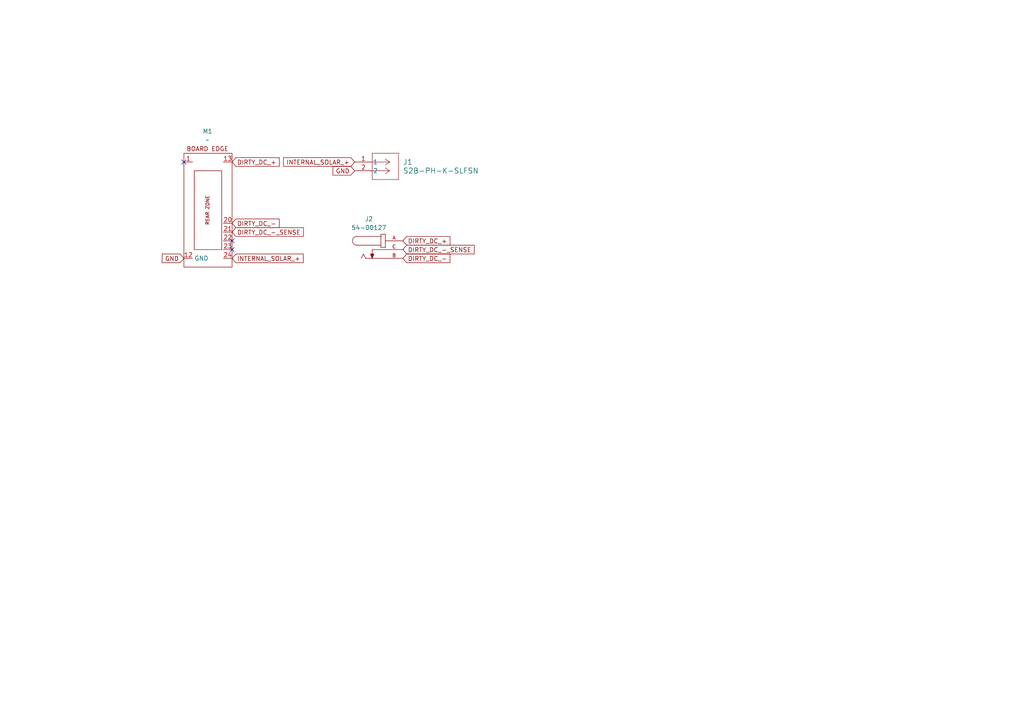
<source format=kicad_sch>
(kicad_sch (version 20250114) (generator "eeschema") (generator_version "9.0")
  (paper "A4")
  (lib_symbols
    (symbol "2025-03-05_08-59-15:S2B-PH-K-SLFSN" (pin_names (offset 0.254))
      (property "Reference" "J" (at 8.89 6.35 0))
      (property "Value" "S2B-PH-K-SLFSN" (at 0 0 0))
      (symbol "S2B-PH-K-SLFSN_1_1"
        (polyline (pts (xy 5.08 2.54) (xy 5.08 -5.08)) (stroke (width 0.127)))
        (polyline (pts (xy 5.08 -5.08) (xy 12.7 -5.08)) (stroke (width 0.127)))
        (polyline (pts (xy 10.16 0) (xy 5.08 0)) (stroke (width 0.127)))
        (polyline (pts (xy 10.16 0) (xy 8.89 0.8467)) (stroke (width 0.127)))
        (polyline (pts (xy 10.16 0) (xy 8.89 -0.8467)) (stroke (width 0.127)))
        (polyline (pts (xy 10.16 -2.54) (xy 5.08 -2.54)) (stroke (width 0.127)))
        (polyline (pts (xy 10.16 -2.54) (xy 8.89 -1.6933)) (stroke (width 0.127)))
        (polyline (pts (xy 10.16 -2.54) (xy 8.89 -3.3867)) (stroke (width 0.127)))
        (polyline (pts (xy 12.7 2.54) (xy 5.08 2.54)) (stroke (width 0.127)))
        (polyline (pts (xy 12.7 -5.08) (xy 12.7 2.54)) (stroke (width 0.127)))
        (pin unspecified line (at 0 0 0) (length 5.08) (name "1") (number "1"))
        (pin unspecified line (at 0 -2.54 0) (length 5.08) (name "2") (number "2"))
      )
      (symbol "S2B-PH-K-SLFSN_1_2"
        (polyline (pts (xy 5.08 2.54) (xy 5.08 -5.08)) (stroke (width 0.127)))
        (polyline (pts (xy 5.08 -5.08) (xy 12.7 -5.08)) (stroke (width 0.127)))
        (polyline (pts (xy 7.62 0) (xy 5.08 0)) (stroke (width 0.127)))
        (polyline (pts (xy 7.62 0) (xy 8.89 0.8467)) (stroke (width 0.127)))
        (polyline (pts (xy 7.62 0) (xy 8.89 -0.8467)) (stroke (width 0.127)))
        (polyline (pts (xy 7.62 -2.54) (xy 5.08 -2.54)) (stroke (width 0.127)))
        (polyline (pts (xy 7.62 -2.54) (xy 8.89 -1.6933)) (stroke (width 0.127)))
        (polyline (pts (xy 7.62 -2.54) (xy 8.89 -3.3867)) (stroke (width 0.127)))
        (polyline (pts (xy 12.7 2.54) (xy 5.08 2.54)) (stroke (width 0.127)))
        (polyline (pts (xy 12.7 -5.08) (xy 12.7 2.54)) (stroke (width 0.127)))
        (pin unspecified line (at 0 0 0) (length 5.08) (name "1") (number "1"))
        (pin unspecified line (at 0 -2.54 0) (length 5.08) (name "2") (number "2"))
      )
    )
    (symbol "54-00127:54-00127" (pin_names (offset 1.016))
      (property "Reference" "J" (at -7.62 5.08 0))
      (property "Value" "54-00127" (at -7.62 -5.08 0))
      (symbol "54-00127_0_0"
        (polyline (pts (xy -8.255 3.81) (xy -1.27 3.81)) (stroke (width 0.1524)))
        (arc (start -8.255 1.27) (mid -9.5194 2.54) (end -8.255 3.81) (stroke (width 0.1524)))
        (polyline (pts (xy -6.35 -1.27) (xy -6.985 -2.54)) (stroke (width 0.1524)))
        (polyline (pts (xy -5.715 -2.54) (xy -6.35 -1.27)) (stroke (width 0.1524)))
        (polyline (pts (xy -3.81 0) (xy -3.81 -2.54)) (stroke (width 0.1524)))
        (polyline (pts (xy -3.81 -2.54) (xy -4.318 -1.27) (xy -3.302 -1.27) (xy -3.81 -2.54)) (stroke (width 0.1524)) (fill (type outline)))
        (polyline (pts (xy -1.27 4.445) (xy -1.27 3.81)) (stroke (width 0.1524)))
        (polyline (pts (xy -1.27 3.81) (xy -1.27 1.27)) (stroke (width 0.1524)))
        (polyline (pts (xy -1.27 1.27) (xy -8.255 1.27)) (stroke (width 0.1524)))
        (polyline (pts (xy -1.27 1.27) (xy -1.27 0.635)) (stroke (width 0.1524)))
        (polyline (pts (xy -1.27 0.635) (xy 0 0.635)) (stroke (width 0.1524)))
        (polyline (pts (xy 0 4.445) (xy -1.27 4.445)) (stroke (width 0.1524)))
        (polyline (pts (xy 0 0.635) (xy 0 4.445)) (stroke (width 0.1524)))
        (polyline (pts (xy 0 0) (xy -3.81 0)) (stroke (width 0.1524)))
        (polyline (pts (xy 0 -2.54) (xy -5.715 -2.54)) (stroke (width 0.1524)))
        (pin passive line (at 5.08 2.54 180) (length 5.08) (name "~") (number "A"))
        (pin passive line (at 5.08 0 180) (length 5.08) (name "~") (number "C"))
        (pin passive line (at 5.08 -2.54 180) (length 5.08) (name "~") (number "B"))
      )
    )
    (symbol "MegaCastle:MegaCastle2x12-Module-I12.5x25.7-M80181F-EDGE"
      (property "Reference" "M" (at 0 -19.05 0))
      (symbol "MegaCastle2x12-Module-I12.5x25.7-M80181F-EDGE_0_1"
        (rectangle (start -6.35 16.51) (end 7.62 -16.51))
        (rectangle (start -3.35 11.43) (end 4.62 -11.43))
      )
      (symbol "MegaCastle2x12-Module-I12.5x25.7-M80181F-EDGE_1_1"
        (text " BOARD EDGE" (at 0 17.78 0) (effects (font (size 1.27 1.27))))
        (text "REAR ZONE" (at 0.5 0 900) (effects (font (size 1 1))))
        (pin bidirectional line (at -6.35 13.97 0) (length 2.54) (name "") (number "1"))
        (pin bidirectional line (at -6.35 -13.97 0) (length 2.54) (name "GND") (number "12"))
        (pin bidirectional line (at 7.62 13.97 180) (length 2.54) (name "") (number "13"))
        (pin bidirectional line (at 7.62 -3.81 180) (length 2.54) (name "") (number "20"))
        (pin bidirectional line (at 7.62 -6.35 180) (length 2.54) (name "") (number "21"))
        (pin bidirectional line (at 7.62 -8.89 180) (length 2.54) (name "") (number "22"))
        (pin bidirectional line (at 7.62 -11.43 180) (length 2.54) (name "") (number "23"))
        (pin bidirectional line (at 7.62 -13.97 180) (length 2.54) (name "") (number "24"))
      )
    )
  )
  (no_connect (at 53.34 46.99))
  (no_connect (at 67.31 69.85))
  (no_connect (at 67.31 72.39))
  (global_label "DIRTY_DC_-_SENSE" (shape input) (at 67.31 67.31 0) (property "Intersheetrefs" "${INTERSHEET_REFS}" (effects (hide yes))))
  (global_label "DIRTY_DC_-" (shape input) (at 116.84 74.93 0) (property "Intersheetrefs" "${INTERSHEET_REFS}" (effects (hide yes))))
  (global_label "INTERNAL_SOLAR_+" (shape input) (at 67.31 74.93 0) (property "Intersheetrefs" "${INTERSHEET_REFS}" (effects (hide yes))))
  (global_label "GND" (shape input) (at 53.34 74.93 180) (property "Intersheetrefs" "${INTERSHEET_REFS}" (effects (hide yes))))
  (global_label "DIRTY_DC_-" (shape input) (at 67.31 64.77 0) (property "Intersheetrefs" "${INTERSHEET_REFS}" (effects (hide yes))))
  (global_label "INTERNAL_SOLAR_+" (shape input) (at 102.87 46.99 180) (property "Intersheetrefs" "${INTERSHEET_REFS}" (effects (hide yes))))
  (global_label "DIRTY_DC_+" (shape input) (at 67.31 46.99 0) (property "Intersheetrefs" "${INTERSHEET_REFS}" (effects (hide yes))))
  (global_label "DIRTY_DC_+" (shape input) (at 116.84 69.85 0) (property "Intersheetrefs" "${INTERSHEET_REFS}" (effects (hide yes))))
  (global_label "GND" (shape input) (at 102.87 49.53 180) (property "Intersheetrefs" "${INTERSHEET_REFS}" (effects (hide yes))))
  (global_label "DIRTY_DC_-_SENSE" (shape input) (at 116.84 72.39 0) (property "Intersheetrefs" "${INTERSHEET_REFS}" (effects (hide yes))))
  (symbol (lib_id "MegaCastle:MegaCastle2x12-Module-I12.5x25.7-M80181F-EDGE") (at 59.69 60.96 0) (unit 1)
    (property "Reference" "M1" (at 60.1938 38.1 0))
    (property "Value" "~" (at 60.1938 40.64 0))
    (property "Footprint" "MegaCastle:MegaCastle2x12-Module-I20.0x25.7-M80181F-SPAREPAD" (effects (hide yes)))
    (property "Description" "Generated using footprint-gen .. 12.5 25.4 8 M80181F" (effects (hide yes)))
  )
  (symbol (lib_id "2025-03-05_08-59-15:S2B-PH-K-SLFSN") (at 102.87 46.99 0) (unit 1)
    (property "Reference" "J1" (at 116.84 46.9899 0) (effects (font (size 1.524 1.524)) (justify left)))
    (property "Value" "S2B-PH-K-SLFSN" (at 116.84 49.5299 0) (effects (font (size 1.524 1.524)) (justify left)))
    (property "Footprint" "MegaCastle:CONN_S2B-PH-K-S_JST" (effects (hide yes)))
    (property "Datasheet" "https://eu.mouser.com/datasheet/2/564/ePH-3433490.pdf" (effects (hide yes)))
    (property "Mouser" "https://eu.mouser.com/ProductDetail/JST-Commercial/S2B-PH-K-SLFSN?qs=cdbOS8ANM9A5Ie4gXeMjTA%3D%3D" (effects (hide yes)))
    (property "Mouser PN" "306-S2BPHKSLFSNPP" (effects (hide yes)))
    (property "Mfr. PN" " S2B-PH-K-S(LF)(SN) " (effects (hide yes)))
  )
  (symbol (lib_id "54-00127:54-00127") (at 111.76 72.39 0) (unit 1)
    (property "Reference" "J2" (at 107.0003 63.5 0))
    (property "Value" "54-00127" (at 107.0003 66.04 0))
    (property "Footprint" "MegaCastle:TENSILITY_54-00127" (effects (hide yes)))
    (property "Datasheet" "https://tensility.s3.us-west-2.amazonaws.com/uploads/pdffiles/54-00127.pdf" (effects (hide yes)))
    (property "PARTREV" "A" (effects (hide yes)))
    (property "STANDARD" "Manufacturer Recommendations" (effects (hide yes)))
    (property "SNAPEDA_PN" "54-00127" (effects (hide yes)))
    (property "MAXIMUM_PACKAGE_HEIGHT" "7.3mm" (effects (hide yes)))
    (property "MANUFACTURER" "TENSILITY" (effects (hide yes)))
    (property "Digikey" "https://www.digikey.com/en/products/detail/tensility-international-corp/54-00127/9685436" (effects (hide yes)))
  )
)
</source>
